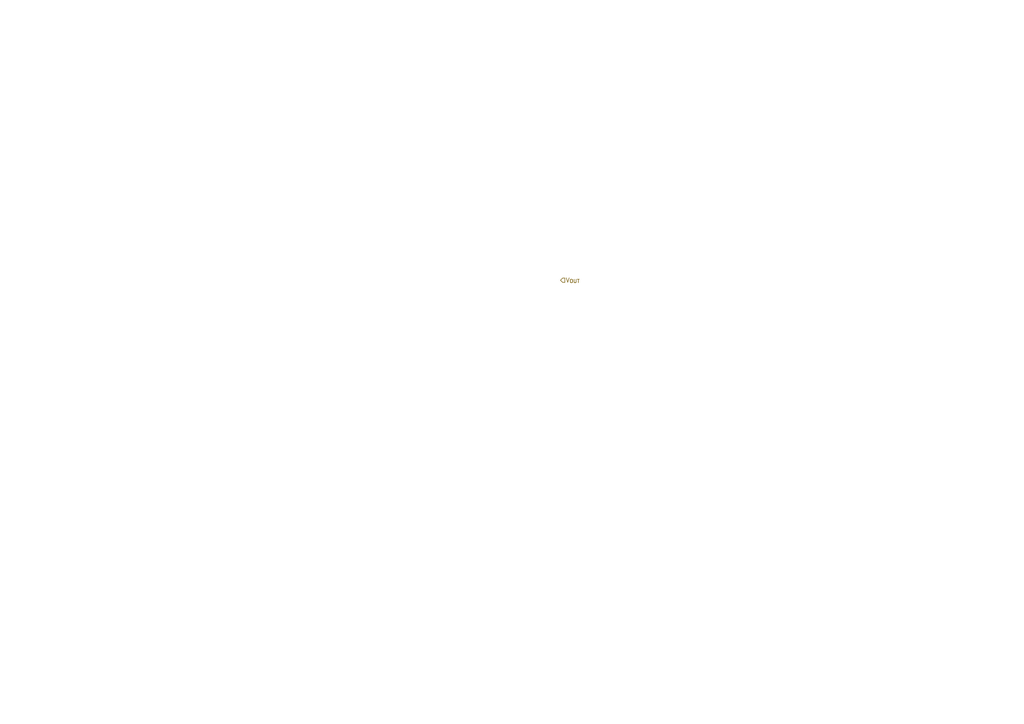
<source format=kicad_sch>
(kicad_sch (version 20211123) (generator eeschema)
  (paper "A4")
  (lib_symbols)
  (hierarchical_label "V_{OUT}" (shape input) (at 162.56 81.28 0))
)
</source>
